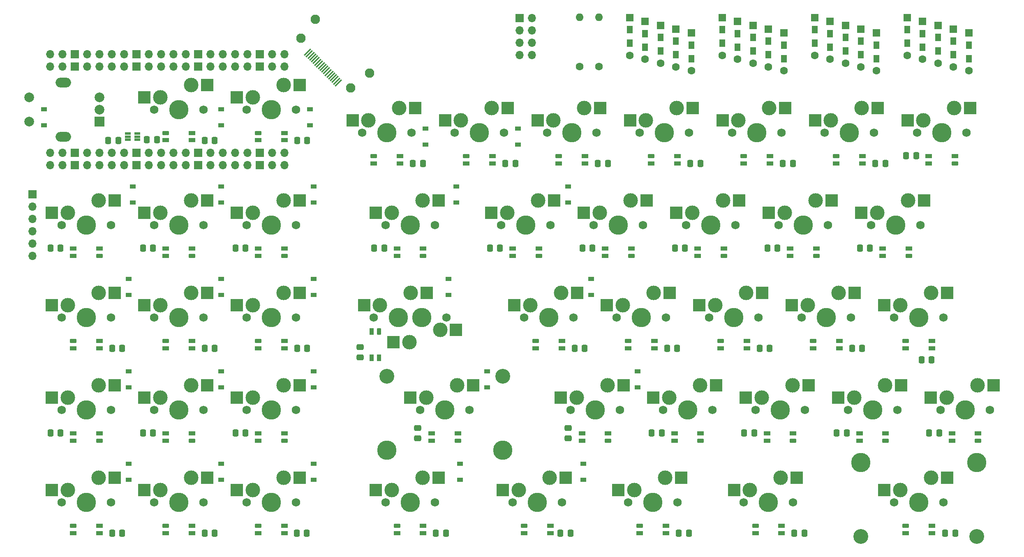
<source format=gbs>
%TF.GenerationSoftware,KiCad,Pcbnew,(6.0.5)*%
%TF.CreationDate,2022-07-20T21:42:13-06:00*%
%TF.ProjectId,kb,6b622e6b-6963-4616-945f-706362585858,rev?*%
%TF.SameCoordinates,Original*%
%TF.FileFunction,Soldermask,Bot*%
%TF.FilePolarity,Negative*%
%FSLAX46Y46*%
G04 Gerber Fmt 4.6, Leading zero omitted, Abs format (unit mm)*
G04 Created by KiCad (PCBNEW (6.0.5)) date 2022-07-20 21:42:13*
%MOMM*%
%LPD*%
G01*
G04 APERTURE LIST*
G04 Aperture macros list*
%AMRoundRect*
0 Rectangle with rounded corners*
0 $1 Rounding radius*
0 $2 $3 $4 $5 $6 $7 $8 $9 X,Y pos of 4 corners*
0 Add a 4 corners polygon primitive as box body*
4,1,4,$2,$3,$4,$5,$6,$7,$8,$9,$2,$3,0*
0 Add four circle primitives for the rounded corners*
1,1,$1+$1,$2,$3*
1,1,$1+$1,$4,$5*
1,1,$1+$1,$6,$7*
1,1,$1+$1,$8,$9*
0 Add four rect primitives between the rounded corners*
20,1,$1+$1,$2,$3,$4,$5,0*
20,1,$1+$1,$4,$5,$6,$7,0*
20,1,$1+$1,$6,$7,$8,$9,0*
20,1,$1+$1,$8,$9,$2,$3,0*%
%AMRotRect*
0 Rectangle, with rotation*
0 The origin of the aperture is its center*
0 $1 length*
0 $2 width*
0 $3 Rotation angle, in degrees counterclockwise*
0 Add horizontal line*
21,1,$1,$2,0,0,$3*%
G04 Aperture macros list end*
%ADD10C,1.600000*%
%ADD11O,1.600000X1.600000*%
%ADD12C,3.987800*%
%ADD13C,3.000000*%
%ADD14C,1.750000*%
%ADD15R,2.550000X2.500000*%
%ADD16R,1.200000X1.600000*%
%ADD17R,1.600000X1.600000*%
%ADD18O,3.200000X2.000000*%
%ADD19R,2.000000X2.000000*%
%ADD20C,2.000000*%
%ADD21C,3.048000*%
%ADD22O,1.700000X1.700000*%
%ADD23R,1.700000X1.700000*%
%ADD24RoundRect,0.250000X-0.337500X-0.475000X0.337500X-0.475000X0.337500X0.475000X-0.337500X0.475000X0*%
%ADD25R,1.200000X0.900000*%
%ADD26RoundRect,0.250000X0.337500X0.475000X-0.337500X0.475000X-0.337500X-0.475000X0.337500X-0.475000X0*%
%ADD27R,1.400000X0.820000*%
%ADD28RoundRect,0.205000X-0.495000X-0.205000X0.495000X-0.205000X0.495000X0.205000X-0.495000X0.205000X0*%
%ADD29RoundRect,0.205000X0.495000X0.205000X-0.495000X0.205000X-0.495000X-0.205000X0.495000X-0.205000X0*%
%ADD30RoundRect,0.250000X-0.475000X0.337500X-0.475000X-0.337500X0.475000X-0.337500X0.475000X0.337500X0*%
%ADD31R,0.820000X1.400000*%
%ADD32RoundRect,0.205000X0.205000X-0.495000X0.205000X0.495000X-0.205000X0.495000X-0.205000X-0.495000X0*%
%ADD33RotRect,1.900000X0.300000X225.000000*%
%ADD34C,1.950000*%
%ADD35RoundRect,0.250000X0.475000X-0.337500X0.475000X0.337500X-0.475000X0.337500X-0.475000X-0.337500X0*%
%ADD36RoundRect,0.020000X-0.575000X-0.180000X0.575000X-0.180000X0.575000X0.180000X-0.575000X0.180000X0*%
G04 APERTURE END LIST*
D10*
%TO.C,R1*%
X142875000Y-57785000D03*
D11*
X142875000Y-47625000D03*
%TD*%
D12*
%TO.C,MX22*%
X132556250Y-109537500D03*
D13*
X128746250Y-106997500D03*
D14*
X137636250Y-109537500D03*
X127476250Y-109537500D03*
D13*
X135096250Y-104457500D03*
D15*
X125471250Y-106997500D03*
X138398250Y-104457500D03*
%TD*%
D16*
%TO.C,D26*%
X212725000Y-51781250D03*
D17*
X212725000Y-49281250D03*
D16*
X212725000Y-54581250D03*
D10*
X212725000Y-57081250D03*
%TD*%
D14*
%TO.C,MX14*%
X141763750Y-90487500D03*
X151923750Y-90487500D03*
D13*
X143033750Y-87947500D03*
D12*
X146843750Y-90487500D03*
D13*
X149383750Y-85407500D03*
D15*
X139758750Y-87947500D03*
X152685750Y-85407500D03*
%TD*%
D12*
%TO.C,MX2*%
X75406250Y-66675000D03*
D14*
X80486250Y-66675000D03*
D13*
X77946250Y-61595000D03*
D14*
X70326250Y-66675000D03*
D13*
X71596250Y-64135000D03*
D15*
X68321250Y-64135000D03*
X81248250Y-61595000D03*
%TD*%
D14*
%TO.C,MX24*%
X175736250Y-109537500D03*
X165576250Y-109537500D03*
D13*
X173196250Y-104457500D03*
D12*
X170656250Y-109537500D03*
D13*
X166846250Y-106997500D03*
D15*
X163571250Y-106997500D03*
X176498250Y-104457500D03*
%TD*%
D18*
%TO.C,SW1*%
X32543750Y-61075000D03*
X32543750Y-72275000D03*
D19*
X40043750Y-69175000D03*
D20*
X40043750Y-64175000D03*
X40043750Y-66675000D03*
X25543750Y-64175000D03*
X25543750Y-69175000D03*
%TD*%
D12*
%TO.C,MX34*%
X199231250Y-128587500D03*
D14*
X204311250Y-128587500D03*
X194151250Y-128587500D03*
D13*
X201771250Y-123507500D03*
X195421250Y-126047500D03*
D15*
X192146250Y-126047500D03*
X205073250Y-123507500D03*
%TD*%
D12*
%TO.C,MX15*%
X165893750Y-90487500D03*
D14*
X160813750Y-90487500D03*
X170973750Y-90487500D03*
D13*
X168433750Y-85407500D03*
X162083750Y-87947500D03*
D15*
X158808750Y-87947500D03*
X171735750Y-85407500D03*
%TD*%
D16*
%TO.C,D25*%
X193675000Y-51781250D03*
D17*
X193675000Y-49281250D03*
D16*
X193675000Y-54581250D03*
D10*
X193675000Y-57081250D03*
%TD*%
D14*
%TO.C,MX43*%
X203676250Y-147637500D03*
D13*
X204946250Y-145097500D03*
D21*
X220694250Y-154622500D03*
D14*
X213836250Y-147637500D03*
D12*
X196818250Y-139382500D03*
D13*
X211296250Y-142557500D03*
D21*
X196818250Y-154622500D03*
D12*
X220694250Y-139382500D03*
X208756250Y-147637500D03*
D15*
X201671250Y-145097500D03*
X214598250Y-142557500D03*
%TD*%
D13*
%TO.C,MX18*%
X33496250Y-106997500D03*
D14*
X32226250Y-109537500D03*
X42386250Y-109537500D03*
D13*
X39846250Y-104457500D03*
D12*
X37306250Y-109537500D03*
D15*
X30221250Y-106997500D03*
X43148250Y-104457500D03*
%TD*%
D16*
%TO.C,D8*%
X206375000Y-50193750D03*
D17*
X206375000Y-47693750D03*
D16*
X206375000Y-52993750D03*
D10*
X206375000Y-55493750D03*
%TD*%
D14*
%TO.C,MX7*%
X180498750Y-71437500D03*
D13*
X177958750Y-66357500D03*
D12*
X175418750Y-71437500D03*
D13*
X171608750Y-68897500D03*
D14*
X170338750Y-71437500D03*
D15*
X168333750Y-68897500D03*
X181260750Y-66357500D03*
%TD*%
D10*
%TO.C,R2*%
X138906250Y-57785000D03*
D11*
X138906250Y-47625000D03*
%TD*%
D17*
%TO.C,D5*%
X149225000Y-47693750D03*
D16*
X149225000Y-50193750D03*
D10*
X149225000Y-55493750D03*
D16*
X149225000Y-52993750D03*
%TD*%
D14*
%TO.C,MX26*%
X213836250Y-109537500D03*
D12*
X208756250Y-109537500D03*
D13*
X211296250Y-104457500D03*
D14*
X203676250Y-109537500D03*
D13*
X204946250Y-106997500D03*
D15*
X201671250Y-106997500D03*
X214598250Y-104457500D03*
%TD*%
D17*
%TO.C,D32*%
X158750000Y-50075000D03*
D16*
X158750000Y-52575000D03*
D10*
X158750000Y-57875000D03*
D16*
X158750000Y-55375000D03*
%TD*%
D13*
%TO.C,MX10*%
X52546250Y-87947500D03*
D12*
X56356250Y-90487500D03*
D13*
X58896250Y-85407500D03*
D14*
X51276250Y-90487500D03*
X61436250Y-90487500D03*
D15*
X49271250Y-87947500D03*
X62198250Y-85407500D03*
%TD*%
D12*
%TO.C,MX11*%
X75406250Y-90487500D03*
D14*
X80486250Y-90487500D03*
D13*
X77946250Y-85407500D03*
D14*
X70326250Y-90487500D03*
D13*
X71596250Y-87947500D03*
D15*
X68321250Y-87947500D03*
X81248250Y-85407500D03*
%TD*%
D13*
%TO.C,MX27*%
X39846250Y-123507500D03*
D12*
X37306250Y-128587500D03*
D13*
X33496250Y-126047500D03*
D14*
X42386250Y-128587500D03*
X32226250Y-128587500D03*
D15*
X30221250Y-126047500D03*
X43148250Y-123507500D03*
%TD*%
D17*
%TO.C,D35*%
X215900000Y-50075000D03*
D16*
X215900000Y-52575000D03*
D10*
X215900000Y-57875000D03*
D16*
X215900000Y-55375000D03*
%TD*%
D17*
%TO.C,D44*%
X219075000Y-50868750D03*
D16*
X219075000Y-53368750D03*
D10*
X219075000Y-58668750D03*
D16*
X219075000Y-56168750D03*
%TD*%
D13*
%TO.C,MX25*%
X192246250Y-104457500D03*
D14*
X194786250Y-109537500D03*
D13*
X185896250Y-106997500D03*
D14*
X184626250Y-109537500D03*
D12*
X189706250Y-109537500D03*
D15*
X182621250Y-106997500D03*
X195548250Y-104457500D03*
%TD*%
D13*
%TO.C,MX21*%
X110172500Y-112077500D03*
D14*
X101282500Y-109537500D03*
D12*
X106362500Y-109537500D03*
D14*
X111442500Y-109537500D03*
D13*
X103822500Y-114617500D03*
D15*
X113447500Y-112077500D03*
X100520500Y-114617500D03*
%TD*%
D14*
%TO.C,MX37*%
X61436250Y-147637500D03*
D13*
X52546250Y-145097500D03*
X58896250Y-142557500D03*
D12*
X56356250Y-147637500D03*
D14*
X51276250Y-147637500D03*
D15*
X49271250Y-145097500D03*
X62198250Y-142557500D03*
%TD*%
D17*
%TO.C,D41*%
X161925000Y-50868750D03*
D16*
X161925000Y-53368750D03*
D10*
X161925000Y-58668750D03*
D16*
X161925000Y-56168750D03*
%TD*%
D13*
%TO.C,MX13*%
X123983750Y-87947500D03*
D14*
X122713750Y-90487500D03*
X132873750Y-90487500D03*
D13*
X130333750Y-85407500D03*
D12*
X127793750Y-90487500D03*
D15*
X120708750Y-87947500D03*
X133635750Y-85407500D03*
%TD*%
D13*
%TO.C,MX35*%
X214471250Y-126047500D03*
D12*
X218281250Y-128587500D03*
D13*
X220821250Y-123507500D03*
D14*
X213201250Y-128587500D03*
X223361250Y-128587500D03*
D15*
X211196250Y-126047500D03*
X224123250Y-123507500D03*
%TD*%
D22*
%TO.C,U1*%
X29845000Y-75565000D03*
X29845000Y-78105000D03*
X32385000Y-75565000D03*
X32385000Y-78105000D03*
D23*
X34925000Y-78105000D03*
X34925000Y-75565000D03*
D22*
X37465000Y-75565000D03*
X37465000Y-78105000D03*
X40005000Y-75565000D03*
X40005000Y-78105000D03*
X42545000Y-75565000D03*
X42545000Y-78105000D03*
X45085000Y-78105000D03*
X45085000Y-75565000D03*
D23*
X47625000Y-75565000D03*
X47625000Y-78105000D03*
D22*
X50165000Y-75565000D03*
X50165000Y-78105000D03*
X52705000Y-78105000D03*
X52705000Y-75565000D03*
X55245000Y-75565000D03*
X55245000Y-78105000D03*
X57785000Y-75565000D03*
X57785000Y-78105000D03*
D23*
X60325000Y-78105000D03*
X60325000Y-75565000D03*
D22*
X62865000Y-75565000D03*
X62865000Y-78105000D03*
X65405000Y-78105000D03*
X65405000Y-75565000D03*
X67945000Y-78105000D03*
X67945000Y-75565000D03*
X70485000Y-75565000D03*
X70485000Y-78105000D03*
D23*
X73025000Y-75565000D03*
X73025000Y-78105000D03*
D22*
X75565000Y-75565000D03*
X75565000Y-78105000D03*
X78105000Y-78105000D03*
X78105000Y-75565000D03*
X78105000Y-57785000D03*
X78105000Y-55245000D03*
X75565000Y-55245000D03*
X75565000Y-57785000D03*
D23*
X73025000Y-57785000D03*
X73025000Y-55245000D03*
D22*
X70485000Y-55245000D03*
X70485000Y-57785000D03*
X67945000Y-57785000D03*
X67945000Y-55245000D03*
X65405000Y-55245000D03*
X65405000Y-57785000D03*
X62865000Y-57785000D03*
X62865000Y-55245000D03*
D23*
X60325000Y-55245000D03*
X60325000Y-57785000D03*
D22*
X57785000Y-55245000D03*
X57785000Y-57785000D03*
X55245000Y-57785000D03*
X55245000Y-55245000D03*
X52705000Y-55245000D03*
X52705000Y-57785000D03*
X50165000Y-55245000D03*
X50165000Y-57785000D03*
D23*
X47625000Y-57785000D03*
X47625000Y-55245000D03*
D22*
X45085000Y-57785000D03*
X45085000Y-55245000D03*
X42545000Y-55245000D03*
X42545000Y-57785000D03*
X40005000Y-57785000D03*
X40005000Y-55245000D03*
X37465000Y-55245000D03*
X37465000Y-57785000D03*
D23*
X34925000Y-57785000D03*
X34925000Y-55245000D03*
D22*
X32385000Y-55245000D03*
X32385000Y-57785000D03*
X29845000Y-55245000D03*
X29845000Y-57785000D03*
%TD*%
D14*
%TO.C,MX28*%
X51276250Y-128587500D03*
D12*
X56356250Y-128587500D03*
D13*
X52546250Y-126047500D03*
D14*
X61436250Y-128587500D03*
D13*
X58896250Y-123507500D03*
D15*
X49271250Y-126047500D03*
X62198250Y-123507500D03*
%TD*%
D17*
%TO.C,D42*%
X180975000Y-50868750D03*
D16*
X180975000Y-53368750D03*
X180975000Y-56168750D03*
D10*
X180975000Y-58668750D03*
%TD*%
D17*
%TO.C,D33*%
X177800000Y-50075000D03*
D16*
X177800000Y-52575000D03*
D10*
X177800000Y-57875000D03*
D16*
X177800000Y-55375000D03*
%TD*%
D13*
%TO.C,MX21_1*%
X97790000Y-106997500D03*
D14*
X96520000Y-109537500D03*
X106680000Y-109537500D03*
D12*
X101600000Y-109537500D03*
D13*
X104140000Y-104457500D03*
D15*
X94515000Y-106997500D03*
X107442000Y-104457500D03*
%TD*%
D16*
%TO.C,D14*%
X152400000Y-50987500D03*
D17*
X152400000Y-48487500D03*
D16*
X152400000Y-53787500D03*
D10*
X152400000Y-56287500D03*
%TD*%
D14*
%TO.C,MX3*%
X94138750Y-71437500D03*
D13*
X95408750Y-68897500D03*
D12*
X99218750Y-71437500D03*
D14*
X104298750Y-71437500D03*
D13*
X101758750Y-66357500D03*
D15*
X92133750Y-68897500D03*
X105060750Y-66357500D03*
%TD*%
D17*
%TO.C,D7*%
X187325000Y-47693750D03*
D16*
X187325000Y-50193750D03*
D10*
X187325000Y-55493750D03*
D16*
X187325000Y-52993750D03*
%TD*%
D13*
%TO.C,MX9*%
X33496250Y-87947500D03*
D14*
X42386250Y-90487500D03*
X32226250Y-90487500D03*
D12*
X37306250Y-90487500D03*
D13*
X39846250Y-85407500D03*
D15*
X30221250Y-87947500D03*
X43148250Y-85407500D03*
%TD*%
D12*
%TO.C,MX1*%
X56356250Y-66675000D03*
D14*
X61436250Y-66675000D03*
D13*
X52546250Y-64135000D03*
X58896250Y-61595000D03*
D14*
X51276250Y-66675000D03*
D15*
X49271250Y-64135000D03*
X62198250Y-61595000D03*
%TD*%
D14*
%TO.C,MX32*%
X156051250Y-128587500D03*
X166211250Y-128587500D03*
D12*
X161131250Y-128587500D03*
D13*
X163671250Y-123507500D03*
X157321250Y-126047500D03*
D15*
X154046250Y-126047500D03*
X166973250Y-123507500D03*
%TD*%
D16*
%TO.C,D17*%
X209550000Y-50987500D03*
D17*
X209550000Y-48487500D03*
D16*
X209550000Y-53787500D03*
D10*
X209550000Y-56287500D03*
%TD*%
D17*
%TO.C,D6*%
X168275000Y-47693750D03*
D16*
X168275000Y-50193750D03*
X168275000Y-52993750D03*
D10*
X168275000Y-55493750D03*
%TD*%
D17*
%TO.C,D23*%
X155575000Y-49281250D03*
D16*
X155575000Y-51781250D03*
X155575000Y-54581250D03*
D10*
X155575000Y-57081250D03*
%TD*%
D14*
%TO.C,MX40*%
X135255000Y-147637500D03*
D13*
X132715000Y-142557500D03*
D12*
X130175000Y-147637500D03*
D14*
X125095000Y-147637500D03*
D13*
X126365000Y-145097500D03*
D15*
X123090000Y-145097500D03*
X136017000Y-142557500D03*
%TD*%
D14*
%TO.C,MX5*%
X132238750Y-71437500D03*
D12*
X137318750Y-71437500D03*
D14*
X142398750Y-71437500D03*
D13*
X133508750Y-68897500D03*
X139858750Y-66357500D03*
D15*
X130233750Y-68897500D03*
X143160750Y-66357500D03*
%TD*%
D14*
%TO.C,MX39*%
X98901250Y-147637500D03*
D13*
X100171250Y-145097500D03*
X106521250Y-142557500D03*
D12*
X103981250Y-147637500D03*
D14*
X109061250Y-147637500D03*
D15*
X96896250Y-145097500D03*
X109823250Y-142557500D03*
%TD*%
D13*
%TO.C,MX16*%
X187483750Y-85407500D03*
D14*
X190023750Y-90487500D03*
D13*
X181133750Y-87947500D03*
D14*
X179863750Y-90487500D03*
D12*
X184943750Y-90487500D03*
D15*
X177858750Y-87947500D03*
X190785750Y-85407500D03*
%TD*%
D12*
%TO.C,MX38*%
X75406250Y-147637500D03*
D13*
X71596250Y-145097500D03*
D14*
X70326250Y-147637500D03*
X80486250Y-147637500D03*
D13*
X77946250Y-142557500D03*
D15*
X68321250Y-145097500D03*
X81248250Y-142557500D03*
%TD*%
D17*
%TO.C,D16*%
X190500000Y-48487500D03*
D16*
X190500000Y-50987500D03*
X190500000Y-53787500D03*
D10*
X190500000Y-56287500D03*
%TD*%
D14*
%TO.C,MX31*%
X137001250Y-128587500D03*
D13*
X144621250Y-123507500D03*
X138271250Y-126047500D03*
D14*
X147161250Y-128587500D03*
D12*
X142081250Y-128587500D03*
D15*
X134996250Y-126047500D03*
X147923250Y-123507500D03*
%TD*%
D14*
%TO.C,MX8*%
X189388750Y-71437500D03*
X199548750Y-71437500D03*
D12*
X194468750Y-71437500D03*
D13*
X197008750Y-66357500D03*
X190658750Y-68897500D03*
D15*
X187383750Y-68897500D03*
X200310750Y-66357500D03*
%TD*%
D14*
%TO.C,MX41*%
X159067500Y-147637500D03*
X148907500Y-147637500D03*
D13*
X150177500Y-145097500D03*
X156527500Y-142557500D03*
D12*
X153987500Y-147637500D03*
D15*
X146902500Y-145097500D03*
X159829500Y-142557500D03*
%TD*%
D12*
%TO.C,MX20*%
X75406250Y-109537500D03*
D13*
X77946250Y-104457500D03*
D14*
X70326250Y-109537500D03*
X80486250Y-109537500D03*
D13*
X71596250Y-106997500D03*
D15*
X68321250Y-106997500D03*
X81248250Y-104457500D03*
%TD*%
D14*
%TO.C,MX17*%
X209073750Y-90487500D03*
X198913750Y-90487500D03*
D13*
X206533750Y-85407500D03*
D12*
X203993750Y-90487500D03*
D13*
X200183750Y-87947500D03*
D15*
X196908750Y-87947500D03*
X209835750Y-85407500D03*
%TD*%
D13*
%TO.C,MX4*%
X120808750Y-66357500D03*
X114458750Y-68897500D03*
D14*
X123348750Y-71437500D03*
X113188750Y-71437500D03*
D12*
X118268750Y-71437500D03*
D15*
X111183750Y-68897500D03*
X124110750Y-66357500D03*
%TD*%
D16*
%TO.C,D24*%
X174625000Y-51781250D03*
D17*
X174625000Y-49281250D03*
D10*
X174625000Y-57081250D03*
D16*
X174625000Y-54581250D03*
%TD*%
D13*
%TO.C,MX42*%
X173990000Y-145097500D03*
D14*
X172720000Y-147637500D03*
X182880000Y-147637500D03*
D12*
X177800000Y-147637500D03*
D13*
X180340000Y-142557500D03*
D15*
X170715000Y-145097500D03*
X183642000Y-142557500D03*
%TD*%
D12*
%TO.C,MX23*%
X151606250Y-109537500D03*
D14*
X156686250Y-109537500D03*
X146526250Y-109537500D03*
D13*
X147796250Y-106997500D03*
X154146250Y-104457500D03*
D15*
X144521250Y-106997500D03*
X157448250Y-104457500D03*
%TD*%
D14*
%TO.C,MX33*%
X185261250Y-128587500D03*
D13*
X182721250Y-123507500D03*
D14*
X175101250Y-128587500D03*
D12*
X180181250Y-128587500D03*
D13*
X176371250Y-126047500D03*
D15*
X173096250Y-126047500D03*
X186023250Y-123507500D03*
%TD*%
D14*
%TO.C,MX36*%
X32226250Y-147637500D03*
D12*
X37306250Y-147637500D03*
D13*
X33496250Y-145097500D03*
X39846250Y-142557500D03*
D14*
X42386250Y-147637500D03*
D15*
X30221250Y-145097500D03*
X43148250Y-142557500D03*
%TD*%
D17*
%TO.C,D34*%
X196850000Y-50075000D03*
D16*
X196850000Y-52575000D03*
D10*
X196850000Y-57875000D03*
D16*
X196850000Y-55375000D03*
%TD*%
D12*
%TO.C,MX12*%
X103981250Y-90487500D03*
D13*
X106521250Y-85407500D03*
D14*
X98901250Y-90487500D03*
X109061250Y-90487500D03*
D13*
X100171250Y-87947500D03*
D15*
X96896250Y-87947500D03*
X109823250Y-85407500D03*
%TD*%
D16*
%TO.C,D43*%
X200025000Y-53368750D03*
D17*
X200025000Y-50868750D03*
D16*
X200025000Y-56168750D03*
D10*
X200025000Y-58668750D03*
%TD*%
D13*
%TO.C,MX30*%
X113665000Y-123507500D03*
D21*
X99187000Y-121602500D03*
D12*
X123063000Y-136842500D03*
D14*
X116205000Y-128587500D03*
X106045000Y-128587500D03*
D21*
X123063000Y-121602500D03*
D12*
X111125000Y-128587500D03*
X99187000Y-136842500D03*
D13*
X107315000Y-126047500D03*
D15*
X104040000Y-126047500D03*
X116967000Y-123507500D03*
%TD*%
D14*
%TO.C,MX29*%
X70326250Y-128587500D03*
X80486250Y-128587500D03*
D13*
X77946250Y-123507500D03*
X71596250Y-126047500D03*
D12*
X75406250Y-128587500D03*
D15*
X68321250Y-126047500D03*
X81248250Y-123507500D03*
%TD*%
D16*
%TO.C,D15*%
X171450000Y-50987500D03*
D17*
X171450000Y-48487500D03*
D16*
X171450000Y-53787500D03*
D10*
X171450000Y-56287500D03*
%TD*%
D14*
%TO.C,MX19*%
X61436250Y-109537500D03*
D13*
X58896250Y-104457500D03*
D14*
X51276250Y-109537500D03*
D13*
X52546250Y-106997500D03*
D12*
X56356250Y-109537500D03*
D15*
X49271250Y-106997500D03*
X62198250Y-104457500D03*
%TD*%
D13*
%TO.C,MX6*%
X152558750Y-68897500D03*
D12*
X156368750Y-71437500D03*
D13*
X158908750Y-66357500D03*
D14*
X161448750Y-71437500D03*
X151288750Y-71437500D03*
D15*
X149283750Y-68897500D03*
X162210750Y-66357500D03*
%TD*%
D12*
%TO.C,MX44*%
X213518750Y-71437500D03*
D13*
X209708750Y-68897500D03*
X216058750Y-66357500D03*
D14*
X208438750Y-71437500D03*
X218598750Y-71437500D03*
D15*
X206433750Y-68897500D03*
X219360750Y-66357500D03*
%TD*%
D24*
%TO.C,C3*%
X104531250Y-77787500D03*
X106606250Y-77787500D03*
%TD*%
D25*
%TO.C,D12*%
X113506250Y-82487500D03*
X113506250Y-85787500D03*
%TD*%
D23*
%TO.C,J6*%
X26193750Y-84137500D03*
D22*
X26193750Y-86677500D03*
X26193750Y-89217500D03*
X26193750Y-91757500D03*
X26193750Y-94297500D03*
X26193750Y-96837500D03*
%TD*%
D25*
%TO.C,D38*%
X84137500Y-139637500D03*
X84137500Y-142937500D03*
%TD*%
%TO.C,D39*%
X114300000Y-139637500D03*
X114300000Y-142937500D03*
%TD*%
%TO.C,D36*%
X46037500Y-139637500D03*
X46037500Y-142937500D03*
%TD*%
D26*
%TO.C,C26*%
X211381250Y-118268750D03*
X209306250Y-118268750D03*
%TD*%
D27*
%TO.C,D110*%
X53656250Y-95293750D03*
X53656250Y-96793750D03*
D28*
X59056250Y-96793750D03*
D27*
X59056250Y-95293750D03*
%TD*%
D24*
%TO.C,C46*%
X49762500Y-72898000D03*
X51837500Y-72898000D03*
%TD*%
%TO.C,C8*%
X199781250Y-77787500D03*
X201856250Y-77787500D03*
%TD*%
D27*
%TO.C,D138*%
X78106250Y-153943750D03*
X78106250Y-152443750D03*
D29*
X72706250Y-152443750D03*
D27*
X72706250Y-153943750D03*
%TD*%
%TO.C,D101*%
X59056250Y-72981250D03*
X59056250Y-71481250D03*
D29*
X53656250Y-71481250D03*
D27*
X53656250Y-72981250D03*
%TD*%
D25*
%TO.C,D40*%
X139700000Y-139637500D03*
X139700000Y-142937500D03*
%TD*%
%TO.C,D22*%
X141287500Y-101537500D03*
X141287500Y-104837500D03*
%TD*%
%TO.C,D29*%
X84137500Y-120587500D03*
X84137500Y-123887500D03*
%TD*%
D26*
%TO.C,C34*%
X193918750Y-133350000D03*
X191843750Y-133350000D03*
%TD*%
D27*
%TO.C,D130*%
X108425000Y-133393750D03*
X108425000Y-134893750D03*
D28*
X113825000Y-134893750D03*
D27*
X113825000Y-133393750D03*
%TD*%
D26*
%TO.C,C27*%
X31993750Y-133350000D03*
X29918750Y-133350000D03*
%TD*%
D27*
%TO.C,D117*%
X201293750Y-95293750D03*
X201293750Y-96793750D03*
D28*
X206693750Y-96793750D03*
D27*
X206693750Y-95293750D03*
%TD*%
%TO.C,D144*%
X210818750Y-76243750D03*
X210818750Y-77743750D03*
D28*
X216218750Y-77743750D03*
D27*
X216218750Y-76243750D03*
%TD*%
D26*
%TO.C,C32*%
X155818750Y-133350000D03*
X153743750Y-133350000D03*
%TD*%
D27*
%TO.C,D106*%
X159068750Y-77743750D03*
X159068750Y-76243750D03*
D29*
X153668750Y-76243750D03*
D27*
X153668750Y-77743750D03*
%TD*%
D24*
%TO.C,C40*%
X134947750Y-153987500D03*
X137022750Y-153987500D03*
%TD*%
D27*
%TO.C,D137*%
X59056250Y-153943750D03*
X59056250Y-152443750D03*
D29*
X53656250Y-152443750D03*
D27*
X53656250Y-153943750D03*
%TD*%
D24*
%TO.C,C39*%
X109293750Y-153987500D03*
X111368750Y-153987500D03*
%TD*%
D25*
%TO.C,D28*%
X65087500Y-120587500D03*
X65087500Y-123887500D03*
%TD*%
D27*
%TO.C,D128*%
X53656250Y-133393750D03*
X53656250Y-134893750D03*
D28*
X59056250Y-134893750D03*
D27*
X59056250Y-133393750D03*
%TD*%
%TO.C,D136*%
X40006250Y-153943750D03*
X40006250Y-152443750D03*
D29*
X34606250Y-152443750D03*
D27*
X34606250Y-153943750D03*
%TD*%
%TO.C,D109*%
X34606250Y-95293750D03*
X34606250Y-96793750D03*
D28*
X40006250Y-96793750D03*
D27*
X40006250Y-95293750D03*
%TD*%
%TO.C,D127*%
X34606250Y-133393750D03*
X34606250Y-134893750D03*
D28*
X40006250Y-134893750D03*
D27*
X40006250Y-133393750D03*
%TD*%
%TO.C,D119*%
X59056250Y-115843750D03*
X59056250Y-114343750D03*
D29*
X53656250Y-114343750D03*
D27*
X53656250Y-115843750D03*
%TD*%
D30*
%TO.C,C30*%
X105568750Y-132312500D03*
X105568750Y-134387500D03*
%TD*%
D26*
%TO.C,C17*%
X198681250Y-95250000D03*
X196606250Y-95250000D03*
%TD*%
D27*
%TO.C,D104*%
X120968750Y-77743750D03*
X120968750Y-76243750D03*
D29*
X115568750Y-76243750D03*
D27*
X115568750Y-77743750D03*
%TD*%
D24*
%TO.C,C19*%
X61668750Y-115887500D03*
X63743750Y-115887500D03*
%TD*%
D25*
%TO.C,D4*%
X126206250Y-73881250D03*
X126206250Y-70581250D03*
%TD*%
D24*
%TO.C,C2*%
X80718750Y-73025000D03*
X82793750Y-73025000D03*
%TD*%
D25*
%TO.C,D18*%
X46037500Y-101537500D03*
X46037500Y-104837500D03*
%TD*%
%TO.C,D11*%
X84137500Y-82487500D03*
X84137500Y-85787500D03*
%TD*%
D27*
%TO.C,D114*%
X144143750Y-95293750D03*
X144143750Y-96793750D03*
D28*
X149543750Y-96793750D03*
D27*
X149543750Y-95293750D03*
%TD*%
D24*
%TO.C,C43*%
X214195750Y-153987500D03*
X216270750Y-153987500D03*
%TD*%
%TO.C,C42*%
X183112500Y-153987500D03*
X185187500Y-153987500D03*
%TD*%
D25*
%TO.C,D31*%
X150812500Y-120587500D03*
X150812500Y-123887500D03*
%TD*%
D27*
%TO.C,D132*%
X158431250Y-133393750D03*
X158431250Y-134893750D03*
D28*
X163831250Y-134893750D03*
D27*
X163831250Y-133393750D03*
%TD*%
%TO.C,D108*%
X197168750Y-77743750D03*
X197168750Y-76243750D03*
D29*
X191768750Y-76243750D03*
D27*
X191768750Y-77743750D03*
%TD*%
D25*
%TO.C,D37*%
X65087500Y-139637500D03*
X65087500Y-142937500D03*
%TD*%
D31*
%TO.C,D121*%
X96087500Y-117793750D03*
X97587500Y-117793750D03*
D32*
X97587500Y-112393750D03*
D31*
X96087500Y-112393750D03*
%TD*%
D27*
%TO.C,D112*%
X101281250Y-95293750D03*
X101281250Y-96793750D03*
D28*
X106681250Y-96793750D03*
D27*
X106681250Y-95293750D03*
%TD*%
D24*
%TO.C,C1*%
X61668750Y-73025000D03*
X63743750Y-73025000D03*
%TD*%
%TO.C,C36*%
X42618750Y-153987500D03*
X44693750Y-153987500D03*
%TD*%
D27*
%TO.C,D105*%
X140018750Y-77743750D03*
X140018750Y-76243750D03*
D29*
X134618750Y-76243750D03*
D27*
X134618750Y-77743750D03*
%TD*%
%TO.C,D125*%
X192406250Y-115843750D03*
X192406250Y-114343750D03*
D29*
X187006250Y-114343750D03*
D27*
X187006250Y-115843750D03*
%TD*%
D30*
%TO.C,C31*%
X136525000Y-132312500D03*
X136525000Y-134387500D03*
%TD*%
D33*
%TO.C,J2*%
X89235875Y-61150389D03*
X88882322Y-60796836D03*
X88528769Y-60443282D03*
X88175215Y-60089729D03*
X87821662Y-59736175D03*
X87468108Y-59382622D03*
X87114555Y-59029069D03*
X86761002Y-58675515D03*
X86407448Y-58321962D03*
X86053895Y-57968408D03*
X85700342Y-57614855D03*
X85346788Y-57261302D03*
X84993235Y-56907748D03*
X84639681Y-56554195D03*
X84286128Y-56200642D03*
X83932575Y-55847088D03*
X83579021Y-55493535D03*
X83225468Y-55139981D03*
X82871914Y-54786428D03*
D34*
X91710749Y-62211049D03*
X81457701Y-51958001D03*
X84498260Y-48068914D03*
X95599836Y-59170490D03*
%TD*%
D27*
%TO.C,D139*%
X106681250Y-153943750D03*
X106681250Y-152443750D03*
D29*
X101281250Y-152443750D03*
D27*
X101281250Y-153943750D03*
%TD*%
D26*
%TO.C,C12*%
X98668750Y-95250000D03*
X96593750Y-95250000D03*
%TD*%
D24*
%TO.C,C20*%
X80718750Y-115887500D03*
X82793750Y-115887500D03*
%TD*%
D27*
%TO.C,D113*%
X125093750Y-95293750D03*
X125093750Y-96793750D03*
D28*
X130493750Y-96793750D03*
D27*
X130493750Y-95293750D03*
%TD*%
D35*
%TO.C,C21*%
X93662500Y-117718750D03*
X93662500Y-115643750D03*
%TD*%
D24*
%TO.C,C6*%
X161681250Y-77787500D03*
X163756250Y-77787500D03*
%TD*%
D25*
%TO.C,D0*%
X28575000Y-69912500D03*
X28575000Y-66612500D03*
%TD*%
%TO.C,D30*%
X119856250Y-120587500D03*
X119856250Y-123887500D03*
%TD*%
D26*
%TO.C,C11*%
X70093750Y-95250000D03*
X68018750Y-95250000D03*
%TD*%
D27*
%TO.C,D131*%
X139381250Y-133393750D03*
X139381250Y-134893750D03*
D28*
X144781250Y-134893750D03*
D27*
X144781250Y-133393750D03*
%TD*%
%TO.C,D135*%
X215581250Y-133393750D03*
X215581250Y-134893750D03*
D28*
X220981250Y-134893750D03*
D27*
X220981250Y-133393750D03*
%TD*%
D24*
%TO.C,C22*%
X137868750Y-115887500D03*
X139943750Y-115887500D03*
%TD*%
D27*
%TO.C,D120*%
X78106250Y-115843750D03*
X78106250Y-114343750D03*
D29*
X72706250Y-114343750D03*
D27*
X72706250Y-115843750D03*
%TD*%
%TO.C,D143*%
X211456250Y-153943750D03*
X211456250Y-152443750D03*
D29*
X206056250Y-152443750D03*
D27*
X206056250Y-153943750D03*
%TD*%
D26*
%TO.C,C16*%
X179631250Y-95250000D03*
X177556250Y-95250000D03*
%TD*%
D25*
%TO.C,D1*%
X65087500Y-69912500D03*
X65087500Y-66612500D03*
%TD*%
D24*
%TO.C,C37*%
X61668750Y-153987500D03*
X63743750Y-153987500D03*
%TD*%
D26*
%TO.C,C9*%
X31993750Y-95250000D03*
X29918750Y-95250000D03*
%TD*%
D25*
%TO.C,D21*%
X111918750Y-101537500D03*
X111918750Y-104837500D03*
%TD*%
D24*
%TO.C,C24*%
X175968750Y-115887500D03*
X178043750Y-115887500D03*
%TD*%
D27*
%TO.C,D141*%
X156687500Y-153943750D03*
X156687500Y-152443750D03*
D29*
X151287500Y-152443750D03*
D27*
X151287500Y-153943750D03*
%TD*%
D26*
%TO.C,C35*%
X212968750Y-133350000D03*
X210893750Y-133350000D03*
%TD*%
D27*
%TO.C,D126*%
X211456250Y-115843750D03*
X211456250Y-114343750D03*
D29*
X206056250Y-114343750D03*
D27*
X206056250Y-115843750D03*
%TD*%
D25*
%TO.C,D20*%
X84137500Y-101537500D03*
X84137500Y-104837500D03*
%TD*%
D24*
%TO.C,C4*%
X123581250Y-77787500D03*
X125656250Y-77787500D03*
%TD*%
D25*
%TO.C,D9*%
X46831250Y-82487500D03*
X46831250Y-85787500D03*
%TD*%
D24*
%TO.C,C18*%
X42618750Y-115887500D03*
X44693750Y-115887500D03*
%TD*%
D27*
%TO.C,D134*%
X196531250Y-133393750D03*
X196531250Y-134893750D03*
D28*
X201931250Y-134893750D03*
D27*
X201931250Y-133393750D03*
%TD*%
D25*
%TO.C,D2*%
X83343750Y-69912500D03*
X83343750Y-66612500D03*
%TD*%
%TO.C,D13*%
X136525000Y-82487500D03*
X136525000Y-85787500D03*
%TD*%
D24*
%TO.C,C41*%
X159331750Y-153987500D03*
X161406750Y-153987500D03*
%TD*%
D27*
%TO.C,D116*%
X182243750Y-95293750D03*
X182243750Y-96793750D03*
D28*
X187643750Y-96793750D03*
D27*
X187643750Y-95293750D03*
%TD*%
%TO.C,D140*%
X132875000Y-153943750D03*
X132875000Y-152443750D03*
D29*
X127475000Y-152443750D03*
D27*
X127475000Y-153943750D03*
%TD*%
D26*
%TO.C,C14*%
X141531250Y-95250000D03*
X139456250Y-95250000D03*
%TD*%
D24*
%TO.C,C5*%
X142631250Y-77787500D03*
X144706250Y-77787500D03*
%TD*%
D27*
%TO.C,D124*%
X173356250Y-115843750D03*
X173356250Y-114343750D03*
D29*
X167956250Y-114343750D03*
D27*
X167956250Y-115843750D03*
%TD*%
D26*
%TO.C,C33*%
X174868750Y-133350000D03*
X172793750Y-133350000D03*
%TD*%
D27*
%TO.C,D102*%
X78106250Y-72981250D03*
X78106250Y-71481250D03*
D29*
X72706250Y-71481250D03*
D27*
X72706250Y-72981250D03*
%TD*%
D26*
%TO.C,C15*%
X160581250Y-95250000D03*
X158506250Y-95250000D03*
%TD*%
D27*
%TO.C,D123*%
X154306250Y-115843750D03*
X154306250Y-114343750D03*
D29*
X148906250Y-114343750D03*
D27*
X148906250Y-115843750D03*
%TD*%
D23*
%TO.C,J1*%
X126503750Y-47793750D03*
D22*
X129043750Y-47793750D03*
X126503750Y-50333750D03*
X129043750Y-50333750D03*
X126503750Y-52873750D03*
X129043750Y-52873750D03*
X126503750Y-55413750D03*
X129043750Y-55413750D03*
%TD*%
D25*
%TO.C,D3*%
X107156250Y-73881250D03*
X107156250Y-70581250D03*
%TD*%
D26*
%TO.C,C13*%
X122481250Y-95250000D03*
X120406250Y-95250000D03*
%TD*%
D24*
%TO.C,C23*%
X156918750Y-115887500D03*
X158993750Y-115887500D03*
%TD*%
D27*
%TO.C,D103*%
X101918750Y-77743750D03*
X101918750Y-76243750D03*
D29*
X96518750Y-76243750D03*
D27*
X96518750Y-77743750D03*
%TD*%
D25*
%TO.C,D19*%
X65087500Y-101537500D03*
X65087500Y-104837500D03*
%TD*%
D27*
%TO.C,D142*%
X180500000Y-153943750D03*
X180500000Y-152443750D03*
D29*
X175100000Y-152443750D03*
D27*
X175100000Y-153943750D03*
%TD*%
%TO.C,D111*%
X72706250Y-95293750D03*
X72706250Y-96793750D03*
D28*
X78106250Y-96793750D03*
D27*
X78106250Y-95293750D03*
%TD*%
D24*
%TO.C,C25*%
X195018750Y-115887500D03*
X197093750Y-115887500D03*
%TD*%
D27*
%TO.C,D118*%
X40006250Y-115843750D03*
X40006250Y-114343750D03*
D29*
X34606250Y-114343750D03*
D27*
X34606250Y-115843750D03*
%TD*%
D36*
%TO.C,U2*%
X45871250Y-72881250D03*
X45871250Y-72231250D03*
X45871250Y-71581250D03*
X47791250Y-71581250D03*
X47791250Y-72231250D03*
X47791250Y-72881250D03*
%TD*%
D26*
%TO.C,C29*%
X70093750Y-133350000D03*
X68018750Y-133350000D03*
%TD*%
D27*
%TO.C,D133*%
X177481250Y-133393750D03*
X177481250Y-134893750D03*
D28*
X182881250Y-134893750D03*
D27*
X182881250Y-133393750D03*
%TD*%
D25*
%TO.C,D27*%
X46037500Y-120587500D03*
X46037500Y-123887500D03*
%TD*%
D27*
%TO.C,D107*%
X178118750Y-77743750D03*
X178118750Y-76243750D03*
D29*
X172718750Y-76243750D03*
D27*
X172718750Y-77743750D03*
%TD*%
%TO.C,D115*%
X163193750Y-95293750D03*
X163193750Y-96793750D03*
D28*
X168593750Y-96793750D03*
D27*
X168593750Y-95293750D03*
%TD*%
D24*
%TO.C,C7*%
X180731250Y-77787500D03*
X182806250Y-77787500D03*
%TD*%
D27*
%TO.C,D122*%
X135256250Y-115843750D03*
X135256250Y-114343750D03*
D29*
X129856250Y-114343750D03*
D27*
X129856250Y-115843750D03*
%TD*%
%TO.C,D129*%
X72706250Y-133393750D03*
X72706250Y-134893750D03*
D28*
X78106250Y-134893750D03*
D27*
X78106250Y-133393750D03*
%TD*%
D24*
%TO.C,C38*%
X80617150Y-153987500D03*
X82692150Y-153987500D03*
%TD*%
D25*
%TO.C,D10*%
X65087500Y-82487500D03*
X65087500Y-85787500D03*
%TD*%
D26*
%TO.C,C45*%
X43900000Y-73025000D03*
X41825000Y-73025000D03*
%TD*%
%TO.C,C28*%
X51043750Y-133350000D03*
X48968750Y-133350000D03*
%TD*%
%TO.C,C10*%
X51043750Y-95250000D03*
X48968750Y-95250000D03*
%TD*%
%TO.C,C44*%
X208206250Y-76200000D03*
X206131250Y-76200000D03*
%TD*%
M02*

</source>
